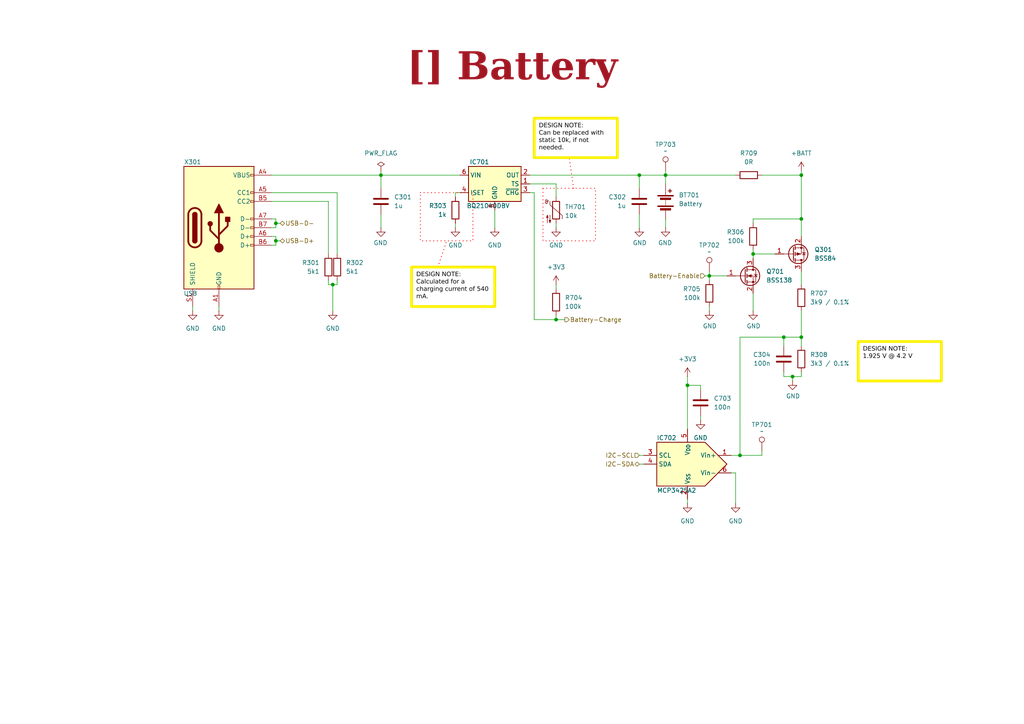
<source format=kicad_sch>
(kicad_sch (version 20250114) (generator "eeschema") (generator_version "9.0")
  (paper "A4")
  (title_block (title "Battery") (date "2025-12-19") (rev "1") (company "${COMPANY}"))
  (lib_symbols
    (symbol "Analog_ADC:MCP3425Axx-xCH"
      (property "Reference" "U" (at -10.16 7.62 0))
      (property "Value" "MCP3425Axx-xCH" (at 2.54 7.62 0))
      (symbol "MCP3425Axx-xCH_0_1"
        (polyline (pts (xy -5.08 6.35) (xy 8.89 6.35) (xy 8.89 0) (xy 8.89 -6.35) (xy -5.08 -6.35) (xy -11.43 0) (xy -5.08 6.35)) (stroke (width 0.254)) (fill (type background)))
      )
      (symbol "MCP3425Axx-xCH_1_1"
        (pin passive line (at -12.7 2.54 0) (length 3.81) (name "Vin+") (number "1"))
        (pin passive line (at -12.7 -2.54 0) (length 3.81) (name "Vin-") (number "6"))
        (pin power_in line (at 0 10.16 270) (length 3.81) (name "V_{DD}") (number "5"))
        (pin power_in line (at 0 -10.16 90) (length 3.81) (name "V_{SS}") (number "2"))
        (pin input line (at 12.7 2.54 180) (length 3.81) (name "SCL") (number "3"))
        (pin bidirectional line (at 12.7 0 180) (length 3.81) (name "SDA") (number "4"))
      )
    )
    (symbol "Battery_Management:BQ21040DBV"
      (property "Reference" "U" (at -7.62 6.35 0))
      (property "Value" "BQ21040DBV" (at 1.27 6.35 0))
      (symbol "BQ21040DBV_0_1"
        (rectangle (start -7.62 5.08) (end 7.62 -5.08) (stroke (width 0.254)) (fill (type background)))
      )
      (symbol "BQ21040DBV_1_1"
        (pin power_in line (at -10.16 2.54 0) (length 2.54) (name "VIN") (number "6"))
        (pin input line (at -10.16 -2.54 0) (length 2.54) (name "ISET") (number "4"))
        (pin power_in line (at 0 -7.62 90) (length 2.54) (name "GND") (number "5"))
        (pin power_out line (at 10.16 2.54 180) (length 2.54) (name "OUT") (number "2"))
        (pin input line (at 10.16 0 180) (length 2.54) (name "TS") (number "1"))
        (pin open_collector line (at 10.16 -2.54 180) (length 2.54) (name "~{CHG}") (number "3"))
      )
    )
    (symbol "Connector:TestPoint" (pin_numbers (hide yes)) (pin_names (offset 0.762) (hide yes))
      (property "Reference" "TP" (at 0 6.858 0))
      (property "Value" "TestPoint" (at 0 5.08 0))
      (symbol "TestPoint_0_1"
        (circle (center 0 3.302) (radius 0.762))
      )
      (symbol "TestPoint_1_1"
        (pin passive line (at 0 0 90) (length 2.54) (name "1") (number "1"))
      )
    )
    (symbol "Connector:USB_C_Receptacle_USB2.0_14P" (pin_names (offset 1.016))
      (property "Reference" "J" (at 0 22.225 0))
      (property "Value" "USB_C_Receptacle_USB2.0_14P" (at 0 19.685 0))
      (symbol "USB_C_Receptacle_USB2.0_14P_0_0"
        (rectangle (start -0.254 -17.78) (end 0.254 -16.764))
        (rectangle (start 10.16 15.494) (end 9.144 14.986))
        (rectangle (start 10.16 10.414) (end 9.144 9.906))
        (rectangle (start 10.16 7.874) (end 9.144 7.366))
        (rectangle (start 10.16 2.794) (end 9.144 2.286))
        (rectangle (start 10.16 0.254) (end 9.144 -0.254))
        (rectangle (start 10.16 -2.286) (end 9.144 -2.794))
        (rectangle (start 10.16 -4.826) (end 9.144 -5.334))
      )
      (symbol "USB_C_Receptacle_USB2.0_14P_0_1"
        (rectangle (start -10.16 17.78) (end 10.16 -17.78) (stroke (width 0.254)) (fill (type background)))
        (polyline (pts (xy -8.89 -3.81) (xy -8.89 3.81)) (stroke (width 0.508)))
        (rectangle (start -7.62 -3.81) (end -6.35 3.81) (stroke (width 0.254)) (fill (type outline)))
        (arc (start -7.62 3.81) (mid -6.985 4.4423) (end -6.35 3.81) (stroke (width 0.254)))
        (arc (start -7.62 3.81) (mid -6.985 4.4423) (end -6.35 3.81) (stroke (width 0.254)) (fill (type outline)))
        (arc (start -8.89 3.81) (mid -6.985 5.7067) (end -5.08 3.81) (stroke (width 0.508)))
        (arc (start -5.08 -3.81) (mid -6.985 -5.7067) (end -8.89 -3.81) (stroke (width 0.508)))
        (arc (start -6.35 -3.81) (mid -6.985 -4.4423) (end -7.62 -3.81) (stroke (width 0.254)))
        (arc (start -6.35 -3.81) (mid -6.985 -4.4423) (end -7.62 -3.81) (stroke (width 0.254)) (fill (type outline)))
        (polyline (pts (xy -5.08 3.81) (xy -5.08 -3.81)) (stroke (width 0.508)))
        (circle (center -2.54 1.143) (radius 0.635) (stroke (width 0.254)) (fill (type outline)))
        (polyline (pts (xy -1.27 4.318) (xy 0 6.858) (xy 1.27 4.318) (xy -1.27 4.318)) (stroke (width 0.254)) (fill (type outline)))
        (polyline (pts (xy 0 -2.032) (xy 2.54 0.508) (xy 2.54 1.778)) (stroke (width 0.508)))
        (polyline (pts (xy 0 -3.302) (xy -2.54 -0.762) (xy -2.54 0.508)) (stroke (width 0.508)))
        (polyline (pts (xy 0 -5.842) (xy 0 4.318)) (stroke (width 0.508)))
        (circle (center 0 -5.842) (radius 1.27) (fill (type outline)))
        (rectangle (start 1.905 1.778) (end 3.175 3.048) (stroke (width 0.254)) (fill (type outline)))
      )
      (symbol "USB_C_Receptacle_USB2.0_14P_1_1"
        (pin passive line (at -7.62 -22.86 90) (length 5.08) (name "SHIELD") (number "S1"))
        (pin passive line (at 0 -22.86 90) (length 5.08) (name "GND") (number "A1"))
        (pin passive line (at 0 -22.86 90) (length 5.08) (hide yes) (name "GND") (number "A12"))
        (pin passive line (at 0 -22.86 90) (length 5.08) (hide yes) (name "GND") (number "B1"))
        (pin passive line (at 0 -22.86 90) (length 5.08) (hide yes) (name "GND") (number "B12"))
        (pin passive line (at 15.24 15.24 180) (length 5.08) (name "VBUS") (number "A4"))
        (pin passive line (at 15.24 15.24 180) (length 5.08) (hide yes) (name "VBUS") (number "A9"))
        (pin passive line (at 15.24 15.24 180) (length 5.08) (hide yes) (name "VBUS") (number "B4"))
        (pin passive line (at 15.24 15.24 180) (length 5.08) (hide yes) (name "VBUS") (number "B9"))
        (pin bidirectional line (at 15.24 10.16 180) (length 5.08) (name "CC1") (number "A5"))
        (pin bidirectional line (at 15.24 7.62 180) (length 5.08) (name "CC2") (number "B5"))
        (pin bidirectional line (at 15.24 2.54 180) (length 5.08) (name "D-") (number "A7"))
        (pin bidirectional line (at 15.24 0 180) (length 5.08) (name "D-") (number "B7"))
        (pin bidirectional line (at 15.24 -2.54 180) (length 5.08) (name "D+") (number "A6"))
        (pin bidirectional line (at 15.24 -5.08 180) (length 5.08) (name "D+") (number "B6"))
      )
    )
    (symbol "Device:Battery" (pin_numbers (hide yes)) (pin_names (offset 0) (hide yes))
      (property "Reference" "BT" (at 2.54 2.54 0))
      (property "Value" "Battery" (at 2.54 0 0))
      (symbol "Battery_0_1"
        (rectangle (start -2.286 1.778) (end 2.286 1.524) (fill (type outline)))
        (rectangle (start -2.286 -1.27) (end 2.286 -1.524) (fill (type outline)))
        (rectangle (start -1.524 1.016) (end 1.524 0.508) (fill (type outline)))
        (rectangle (start -1.524 -2.032) (end 1.524 -2.54) (fill (type outline)))
        (polyline (pts (xy 0 1.778) (xy 0 2.54)))
        (polyline (pts (xy 0 0) (xy 0 0.254)))
        (polyline (pts (xy 0 -0.508) (xy 0 -0.254)))
        (polyline (pts (xy 0 -1.016) (xy 0 -0.762)))
        (polyline (pts (xy 0.762 3.048) (xy 1.778 3.048)) (stroke (width 0.254)))
        (polyline (pts (xy 1.27 3.556) (xy 1.27 2.54)) (stroke (width 0.254)))
      )
      (symbol "Battery_1_1"
        (pin passive line (at 0 5.08 270) (length 2.54) (name "+") (number "1"))
        (pin passive line (at 0 -5.08 90) (length 2.54) (name "-") (number "2"))
      )
    )
    (symbol "Device:C" (pin_numbers (hide yes)) (pin_names (offset 0.254))
      (property "Reference" "C" (at 0.635 2.54 0))
      (property "Value" "C" (at 0.635 -2.54 0))
      (symbol "C_0_1"
        (polyline (pts (xy -2.032 0.762) (xy 2.032 0.762)) (stroke (width 0.508)))
        (polyline (pts (xy -2.032 -0.762) (xy 2.032 -0.762)) (stroke (width 0.508)))
      )
      (symbol "C_1_1"
        (pin passive line (at 0 3.81 270) (length 2.794) (name "~") (number "1"))
        (pin passive line (at 0 -3.81 90) (length 2.794) (name "~") (number "2"))
      )
    )
    (symbol "Device:R" (pin_numbers (hide yes)) (pin_names (offset 0))
      (property "Reference" "R" (at 2.032 0 90))
      (property "Value" "R" (at 0 0 90))
      (symbol "R_0_1"
        (rectangle (start -1.016 -2.54) (end 1.016 2.54) (stroke (width 0.254)))
      )
      (symbol "R_1_1"
        (pin passive line (at 0 3.81 270) (length 1.27) (name "~") (number "1"))
        (pin passive line (at 0 -3.81 90) (length 1.27) (name "~") (number "2"))
      )
    )
    (symbol "Device:Thermistor_NTC" (pin_numbers (hide yes)) (pin_names (offset 0))
      (property "Reference" "TH" (at -4.445 0 90))
      (property "Value" "Thermistor_NTC" (at 3.175 0 90))
      (symbol "Thermistor_NTC_0_1"
        (arc (start -3.175 2.413) (mid -3.0506 2.3165) (end -3.048 2.159))
        (arc (start -3.048 2.794) (mid -2.9736 2.9736) (end -2.794 3.048))
        (arc (start -2.794 3.048) (mid -2.6144 2.9736) (end -2.54 2.794))
        (arc (start -2.794 2.54) (mid -2.9736 2.6144) (end -3.048 2.794))
        (arc (start -2.794 1.905) (mid -2.9736 1.9794) (end -3.048 2.159))
        (arc (start -2.54 2.159) (mid -2.6144 1.9794) (end -2.794 1.905))
        (arc (start -2.159 2.794) (mid -2.434 2.5608) (end -2.794 2.54))
        (polyline (pts (xy -2.54 2.159) (xy -2.54 2.794)))
        (polyline (pts (xy -2.54 -3.683) (xy -2.54 -1.397) (xy -2.794 -2.159) (xy -2.286 -2.159) (xy -2.54 -1.397) (xy -2.54 -1.651)) (fill (type outline)))
        (polyline (pts (xy -1.778 2.54) (xy -1.778 1.524) (xy 1.778 -1.524) (xy 1.778 -2.54)))
        (polyline (pts (xy -1.778 -1.397) (xy -1.778 -3.683) (xy -2.032 -2.921) (xy -1.524 -2.921) (xy -1.778 -3.683) (xy -1.778 -3.429)) (fill (type outline)))
        (rectangle (start -1.016 2.54) (end 1.016 -2.54) (stroke (width 0.254)))
      )
      (symbol "Thermistor_NTC_1_1"
        (pin passive line (at 0 3.81 270) (length 1.27) (name "~") (number "1"))
        (pin passive line (at 0 -3.81 90) (length 1.27) (name "~") (number "2"))
      )
    )
    (symbol "Transistor_FET:BSS138" (pin_names (hide yes))
      (property "Reference" "Q" (at 5.08 1.905 0))
      (property "Value" "BSS138" (at 5.08 0 0))
      (symbol "BSS138_0_1"
        (polyline (pts (xy 0.254 1.905) (xy 0.254 -1.905)) (stroke (width 0.254)))
        (polyline (pts (xy 0.254 0) (xy -2.54 0)))
        (polyline (pts (xy 0.762 2.286) (xy 0.762 1.27)) (stroke (width 0.254)))
        (polyline (pts (xy 0.762 0.508) (xy 0.762 -0.508)) (stroke (width 0.254)))
        (polyline (pts (xy 0.762 -1.27) (xy 0.762 -2.286)) (stroke (width 0.254)))
        (polyline (pts (xy 0.762 -1.778) (xy 3.302 -1.778) (xy 3.302 1.778) (xy 0.762 1.778)))
        (polyline (pts (xy 1.016 0) (xy 2.032 0.381) (xy 2.032 -0.381) (xy 1.016 0)) (fill (type outline)))
        (circle (center 1.651 0) (radius 2.794) (stroke (width 0.254)))
        (polyline (pts (xy 2.54 2.54) (xy 2.54 1.778)))
        (circle (center 2.54 1.778) (radius 0.254) (fill (type outline)))
        (circle (center 2.54 -1.778) (radius 0.254) (fill (type outline)))
        (polyline (pts (xy 2.54 -2.54) (xy 2.54 0) (xy 0.762 0)))
        (polyline (pts (xy 2.794 0.508) (xy 2.921 0.381) (xy 3.683 0.381) (xy 3.81 0.254)))
        (polyline (pts (xy 3.302 0.381) (xy 2.921 -0.254) (xy 3.683 -0.254) (xy 3.302 0.381)))
      )
      (symbol "BSS138_1_1"
        (pin input line (at -5.08 0 0) (length 2.54) (name "G") (number "1"))
        (pin passive line (at 2.54 5.08 270) (length 2.54) (name "D") (number "3"))
        (pin passive line (at 2.54 -5.08 90) (length 2.54) (name "S") (number "2"))
      )
    )
    (symbol "Transistor_FET:BSS84" (pin_names (hide yes))
      (property "Reference" "Q" (at 5.08 1.905 0))
      (property "Value" "BSS84" (at 5.08 0 0))
      (symbol "BSS84_0_1"
        (polyline (pts (xy 0.254 1.905) (xy 0.254 -1.905)) (stroke (width 0.254)))
        (polyline (pts (xy 0.254 0) (xy -2.54 0)))
        (polyline (pts (xy 0.762 2.286) (xy 0.762 1.27)) (stroke (width 0.254)))
        (polyline (pts (xy 0.762 1.778) (xy 3.302 1.778) (xy 3.302 -1.778) (xy 0.762 -1.778)))
        (polyline (pts (xy 0.762 0.508) (xy 0.762 -0.508)) (stroke (width 0.254)))
        (polyline (pts (xy 0.762 -1.27) (xy 0.762 -2.286)) (stroke (width 0.254)))
        (circle (center 1.651 0) (radius 2.794) (stroke (width 0.254)))
        (polyline (pts (xy 2.286 0) (xy 1.27 0.381) (xy 1.27 -0.381) (xy 2.286 0)) (fill (type outline)))
        (polyline (pts (xy 2.54 2.54) (xy 2.54 1.778)))
        (circle (center 2.54 1.778) (radius 0.254) (fill (type outline)))
        (circle (center 2.54 -1.778) (radius 0.254) (fill (type outline)))
        (polyline (pts (xy 2.54 -2.54) (xy 2.54 0) (xy 0.762 0)))
        (polyline (pts (xy 2.794 -0.508) (xy 2.921 -0.381) (xy 3.683 -0.381) (xy 3.81 -0.254)))
        (polyline (pts (xy 3.302 -0.381) (xy 2.921 0.254) (xy 3.683 0.254) (xy 3.302 -0.381)))
      )
      (symbol "BSS84_1_1"
        (pin input line (at -5.08 0 0) (length 2.54) (name "G") (number "1"))
        (pin passive line (at 2.54 5.08 270) (length 2.54) (name "D") (number "3"))
        (pin passive line (at 2.54 -5.08 90) (length 2.54) (name "S") (number "2"))
      )
    )
    (symbol "power:+3V3" (power) (pin_numbers (hide yes)) (pin_names (offset 0) (hide yes))
      (property "Value" "+3V3" (at 0 3.556 0))
      (symbol "+3V3_0_1"
        (polyline (pts (xy -0.762 1.27) (xy 0 2.54)))
        (polyline (pts (xy 0 2.54) (xy 0.762 1.27)))
        (polyline (pts (xy 0 0) (xy 0 2.54)))
      )
      (symbol "+3V3_1_1"
        (pin power_in line (at 0 0 90) (length 0) (name "~") (number "1"))
      )
    )
    (symbol "power:+BATT" (power) (pin_numbers (hide yes)) (pin_names (offset 0) (hide yes))
      (property "Value" "+BATT" (at 0 3.556 0))
      (symbol "+BATT_0_1"
        (polyline (pts (xy -0.762 1.27) (xy 0 2.54)))
        (polyline (pts (xy 0 2.54) (xy 0.762 1.27)))
        (polyline (pts (xy 0 0) (xy 0 2.54)))
      )
      (symbol "+BATT_1_1"
        (pin power_in line (at 0 0 90) (length 0) (name "~") (number "1"))
      )
    )
    (symbol "power:GND" (power) (pin_numbers (hide yes)) (pin_names (offset 0) (hide yes))
      (property "Value" "GND" (at 0 -3.81 0))
      (symbol "GND_0_1"
        (polyline (pts (xy 0 0) (xy 0 -1.27) (xy 1.27 -1.27) (xy 0 -2.54) (xy -1.27 -1.27) (xy 0 -1.27)))
      )
      (symbol "GND_1_1"
        (pin power_in line (at 0 0 270) (length 0) (name "~") (number "1"))
      )
    )
    (symbol "power:PWR_FLAG" (power) (pin_numbers (hide yes)) (pin_names (offset 0) (hide yes))
      (property "Value" "PWR_FLAG" (at 0 3.81 0))
      (symbol "PWR_FLAG_0_0"
        (pin power_out line (at 0 0 90) (length 0) (name "~") (number "1"))
      )
      (symbol "PWR_FLAG_0_1"
        (polyline (pts (xy 0 0) (xy 0 1.27) (xy -1.016 1.905) (xy 0 2.54) (xy 1.016 1.905) (xy 0 1.27)))
      )
    )
  )
  (rectangle (start 121.92 55.88) (end 137.16 69.85) (stroke (width 0.254) (type dot) (color 255 0 0 1)))
  (rectangle (start 157.48 54.61) (end 172.72 69.85) (stroke (width 0.254) (type dot) (color 255 0 0 1)))
  (text_box "DESIGN NOTE:\nCan be replaced with static 10k, if not needed." (at 154.94 34.29 0) (size 24.13 11.43) (margins 1.3525 1.3525 1.3525 1.3525) (stroke (width 0.8) (color 250 236 0 1)) (effects (font (size 1.27 1.27)) (justify left top)))
  (text_box "[${#}] ${TITLE}" (at 12.7 12.7 0) (size 271.78 13.97) (margins 5.9999 5.9999 5.9999 5.9999) (stroke (width -0.0001)) (effects (font (size 8 8) (thickness 1.2) (bold yes))))
  (text_box "DESIGN NOTE:\nCalculated for a charging current of 540 mA." (at 119.38 77.47 0) (size 24.13 11.43) (margins 1.3525 1.3525 1.3525 1.3525) (stroke (width 0.8) (color 250 236 0 1)) (effects (font (size 1.27 1.27)) (justify left top)))
  (text_box "DESIGN NOTE:\n1.925 V @ 4.2 V" (at 248.92 99.06 0) (size 24.13 11.43) (margins 1.3525 1.3525 1.3525 1.3525) (stroke (width 0.8) (color 250 236 0 1)) (effects (font (size 1.27 1.27)) (justify left top)))
  (junction (at 229.87 109.22))
  (junction (at 193.04 50.8))
  (junction (at 199.39 111.76))
  (junction (at 161.29 92.71))
  (junction (at 232.41 63.5))
  (junction (at 205.74 80.01))
  (junction (at 232.41 50.8))
  (junction (at 218.44 73.66))
  (junction (at 110.49 50.8))
  (junction (at 80.01 69.85))
  (junction (at 232.41 97.79))
  (junction (at 214.63 132.08))
  (junction (at 185.42 50.8))
  (junction (at 227.33 97.79))
  (junction (at 80.01 64.77))
  (junction (at 96.52 82.55))
  (wire (pts (xy 232.41 97.79) (xy 232.41 100.33)))
  (wire (pts (xy 80.01 66.04) (xy 80.01 64.77)))
  (wire (pts (xy 110.49 50.8) (xy 133.35 50.8)))
  (wire (pts (xy 218.44 85.09) (xy 218.44 90.17)))
  (wire (pts (xy 229.87 110.49) (xy 229.87 109.22)))
  (wire (pts (xy 97.79 55.88) (xy 78.74 55.88)))
  (wire (pts (xy 110.49 49.53) (xy 110.49 50.8)))
  (wire (pts (xy 232.41 82.55) (xy 232.41 78.74)))
  (wire (pts (xy 205.74 80.01) (xy 210.82 80.01)))
  (wire (pts (xy 214.63 132.08) (xy 220.98 132.08)))
  (wire (pts (xy 218.44 64.77) (xy 218.44 63.5)))
  (wire (pts (xy 154.94 92.71) (xy 161.29 92.71)))
  (wire (pts (xy 161.29 64.77) (xy 161.29 66.04)))
  (wire (pts (xy 227.33 109.22) (xy 229.87 109.22)))
  (wire (pts (xy 205.74 78.74) (xy 205.74 80.01)))
  (wire (pts (xy 80.01 68.58) (xy 80.01 69.85)))
  (wire (pts (xy 203.2 111.76) (xy 199.39 111.76)))
  (wire (pts (xy 154.94 55.88) (xy 154.94 92.71)))
  (wire (pts (xy 133.35 55.88) (xy 132.08 55.88)))
  (wire (pts (xy 220.98 50.8) (xy 232.41 50.8)))
  (wire (pts (xy 214.63 97.79) (xy 227.33 97.79)))
  (wire (pts (xy 161.29 53.34) (xy 161.29 57.15)))
  (wire (pts (xy 153.67 50.8) (xy 185.42 50.8)))
  (wire (pts (xy 229.87 109.22) (xy 232.41 109.22)))
  (wire (pts (xy 193.04 50.8) (xy 213.36 50.8)))
  (wire (pts (xy 95.25 82.55) (xy 96.52 82.55)))
  (wire (pts (xy 185.42 62.23) (xy 185.42 66.04)))
  (wire (pts (xy 110.49 50.8) (xy 110.49 54.61)))
  (wire (pts (xy 212.09 137.16) (xy 213.36 137.16)))
  (polyline (pts (xy 127 77.47) (xy 129.54 69.85)) (stroke (width 0.254) (type dot) (color 255 0 0 1)))
  (wire (pts (xy 214.63 97.79) (xy 214.63 132.08)))
  (wire (pts (xy 227.33 107.95) (xy 227.33 109.22)))
  (wire (pts (xy 218.44 73.66) (xy 224.79 73.66)))
  (wire (pts (xy 212.09 132.08) (xy 214.63 132.08)))
  (wire (pts (xy 161.29 91.44) (xy 161.29 92.71)))
  (polyline (pts (xy 166.37 54.61) (xy 165.1 45.72)) (stroke (width 0.254) (type dot) (color 255 0 0 1)))
  (wire (pts (xy 203.2 113.03) (xy 203.2 111.76)))
  (wire (pts (xy 80.01 69.85) (xy 81.28 69.85)))
  (wire (pts (xy 78.74 66.04) (xy 80.01 66.04)))
  (wire (pts (xy 199.39 109.22) (xy 199.39 111.76)))
  (wire (pts (xy 218.44 63.5) (xy 232.41 63.5)))
  (wire (pts (xy 199.39 144.78) (xy 199.39 146.05)))
  (wire (pts (xy 95.25 58.42) (xy 78.74 58.42)))
  (wire (pts (xy 218.44 73.66) (xy 218.44 74.93)))
  (wire (pts (xy 199.39 111.76) (xy 199.39 124.46)))
  (wire (pts (xy 227.33 97.79) (xy 227.33 100.33)))
  (wire (pts (xy 213.36 137.16) (xy 213.36 146.05)))
  (wire (pts (xy 232.41 63.5) (xy 232.41 68.58)))
  (wire (pts (xy 97.79 73.66) (xy 97.79 55.88)))
  (wire (pts (xy 161.29 92.71) (xy 163.83 92.71)))
  (wire (pts (xy 132.08 55.88) (xy 132.08 57.15)))
  (wire (pts (xy 232.41 50.8) (xy 232.41 63.5)))
  (wire (pts (xy 153.67 53.34) (xy 161.29 53.34)))
  (wire (pts (xy 161.29 82.55) (xy 161.29 83.82)))
  (wire (pts (xy 205.74 80.01) (xy 205.74 81.28)))
  (wire (pts (xy 80.01 64.77) (xy 81.28 64.77)))
  (wire (pts (xy 80.01 64.77) (xy 80.01 63.5)))
  (wire (pts (xy 96.52 82.55) (xy 96.52 90.17)))
  (wire (pts (xy 132.08 64.77) (xy 132.08 66.04)))
  (wire (pts (xy 218.44 72.39) (xy 218.44 73.66)))
  (wire (pts (xy 97.79 82.55) (xy 97.79 81.28)))
  (wire (pts (xy 110.49 62.23) (xy 110.49 66.04)))
  (wire (pts (xy 95.25 73.66) (xy 95.25 58.42)))
  (wire (pts (xy 96.52 82.55) (xy 97.79 82.55)))
  (wire (pts (xy 153.67 55.88) (xy 154.94 55.88)))
  (wire (pts (xy 220.98 132.08) (xy 220.98 130.81)))
  (wire (pts (xy 80.01 63.5) (xy 78.74 63.5)))
  (wire (pts (xy 193.04 49.53) (xy 193.04 50.8)))
  (wire (pts (xy 232.41 49.53) (xy 232.41 50.8)))
  (wire (pts (xy 143.51 60.96) (xy 143.51 66.04)))
  (wire (pts (xy 55.88 88.9) (xy 55.88 90.17)))
  (wire (pts (xy 78.74 68.58) (xy 80.01 68.58)))
  (wire (pts (xy 80.01 71.12) (xy 78.74 71.12)))
  (wire (pts (xy 80.01 69.85) (xy 80.01 71.12)))
  (wire (pts (xy 185.42 50.8) (xy 185.42 54.61)))
  (wire (pts (xy 232.41 109.22) (xy 232.41 107.95)))
  (wire (pts (xy 205.74 88.9) (xy 205.74 90.17)))
  (wire (pts (xy 186.69 134.62) (xy 185.42 134.62)))
  (wire (pts (xy 95.25 82.55) (xy 95.25 81.28)))
  (wire (pts (xy 232.41 90.17) (xy 232.41 97.79)))
  (wire (pts (xy 63.5 88.9) (xy 63.5 90.17)))
  (wire (pts (xy 78.74 50.8) (xy 110.49 50.8)))
  (wire (pts (xy 203.2 121.92) (xy 203.2 120.65)))
  (wire (pts (xy 193.04 63.5) (xy 193.04 66.04)))
  (wire (pts (xy 186.69 132.08) (xy 185.42 132.08)))
  (wire (pts (xy 204.47 80.01) (xy 205.74 80.01)))
  (wire (pts (xy 193.04 50.8) (xy 193.04 53.34)))
  (wire (pts (xy 227.33 97.79) (xy 232.41 97.79)))
  (wire (pts (xy 185.42 50.8) (xy 193.04 50.8)))
  (hierarchical_label "I2C-SDA" (shape bidirectional) (at 185.42 134.62 180))
  (hierarchical_label "Battery-Charge" (shape output) (at 163.83 92.71 0))
  (hierarchical_label "USB-D-" (shape bidirectional) (at 81.28 64.77 0))
  (hierarchical_label "Battery-Enable" (shape input) (at 204.47 80.01 180))
  (hierarchical_label "USB-D+" (shape bidirectional) (at 81.28 69.85 0))
  (hierarchical_label "I2C-SCL" (shape input) (at 185.42 132.08 180))
  (symbol (lib_id "Device:R") (at 95.25 77.47 0) (mirror x) (unit 1)
    (property "Reference" "R701" (at 92.71 76.1999 0) (effects (justify right)))
    (property "Value" "5k1" (at 92.71 78.7399 0) (effects (justify right)))
    (property "Footprint" "Resistor_SMD:R_0603_1608Metric" (effects (hide yes)))
    (property "Datasheet" "https://www.mouser.de/datasheet/2/54/cr-1858361.pdf" (effects (hide yes)))
    (property "Description" "Resistor" (effects (hide yes)))
    (property "manf" "Bourns" (effects (hide yes)))
    (property "manf#" "CR0603-JW-512ELF" (effects (hide yes)))
    (property "mouser#" "652-CR0603-JW-512ELF" (effects (hide yes)))
    (instances (project "Thermal Cam" (path "" (reference "R301") (unit 1))) (project "Thermal Cam" (path "" (reference "R701") (unit 1))))
  )
  (symbol (lib_id "power:GND") (at 63.5 90.17 0) (unit 1)
    (property "Reference" "#PWR0702" (effects (hide yes)))
    (property "Value" "GND" (at 63.5 95.25 0))
    (property "Description" "Power symbol creates a global label with name \"GND\" , ground" (effects (hide yes)))
    (instances (project "Thermal Cam" (path "" (reference "#PWR0302") (unit 1))) (project "Thermal Cam" (path "" (reference "#PWR0702") (unit 1))))
  )
  (symbol (lib_id "power:GND") (at 229.87 110.49 0) (unit 1)
    (property "Reference" "#PWR0717" (effects (hide yes)))
    (property "Value" "GND" (at 229.997 114.8842 0))
    (property "Description" "Power symbol creates a global label with name \"GND\" , ground" (effects (hide yes)))
    (instances (project "Thermal Cam" (path "" (reference "#PWR0313") (unit 1))) (project "Thermal Cam" (path "" (reference "#PWR0717") (unit 1))))
  )
  (symbol (lib_id "Connector:TestPoint") (at 220.98 130.81 0) (unit 1) (in_bom no)
    (property "Reference" "TP701" (at 220.98 123.19 0))
    (property "Value" "~" (at 220.98 125.095 0))
    (property "Footprint" "TestPoint:TestPoint_Pad_1.0x1.0mm" (effects (hide yes)))
    (property "Description" "test point" (effects (hide yes)))
  )
  (symbol (lib_id "Device:R") (at 132.08 60.96 0) (mirror x) (unit 1)
    (property "Reference" "R703" (at 129.54 59.6899 0) (effects (justify right)))
    (property "Value" "1k" (at 129.54 62.2299 0) (effects (justify right)))
    (property "Footprint" "Resistor_SMD:R_0603_1608Metric" (effects (hide yes)))
    (property "Datasheet" "https://www.mouser.de/datasheet/2/54/cr-1858361.pdf" (effects (hide yes)))
    (property "Description" "Resistor" (effects (hide yes)))
    (property "manf" "Bourns" (effects (hide yes)))
    (property "manf#" "CR0603-JW-102ELF" (effects (hide yes)))
    (property "mouser#" "652-CR0603-JW-102ELF" (effects (hide yes)))
    (instances (project "Thermal Cam" (path "" (reference "R303") (unit 1))) (project "Thermal Cam" (path "" (reference "R703") (unit 1))))
  )
  (symbol (lib_id "power:GND") (at 205.74 90.17 0) (unit 1)
    (property "Reference" "#PWR0714" (effects (hide yes)))
    (property "Value" "GND" (at 205.867 94.5642 0))
    (property "Description" "Power symbol creates a global label with name \"GND\" , ground" (effects (hide yes)))
  )
  (symbol (lib_id "Device:Battery") (at 193.04 58.42 0) (unit 1)
    (property "Reference" "BT701" (at 196.85 56.5784 0) (effects (justify left)))
    (property "Value" "Battery" (at 196.85 59.1184 0) (effects (justify left)))
    (property "Footprint" "Battery_Kampi:Keystone_18650" (effects (hide yes)))
    (property "Datasheet" "https://www.mouser.de/datasheet/3/201/1/1043.PDF" (effects (hide yes)))
    (property "Description" "Multiple-cell battery" (effects (hide yes)))
    (property "manf" "Keystone Electronics" (effects (hide yes)))
    (property "manf#" "1043" (effects (hide yes)))
    (property "mouser#" "534-1043" (effects (hide yes)))
  )
  (symbol (lib_id "Device:R") (at 161.29 87.63 180) (unit 1)
    (property "Reference" "R704" (at 163.83 86.3599 0) (effects (justify right)))
    (property "Value" "100k" (at 163.83 88.8999 0) (effects (justify right)))
    (property "Footprint" "Resistor_SMD:R_0603_1608Metric" (effects (hide yes)))
    (property "Datasheet" "https://www.mouser.de/datasheet/2/54/cr-1858361.pdf" (effects (hide yes)))
    (property "Description" "Resistor" (effects (hide yes)))
    (property "manf" "Bourns" (effects (hide yes)))
    (property "manf#" "CR0603-JW-104ELF" (effects (hide yes)))
    (property "mouser#" "652-CR0603-JW-104ELF" (effects (hide yes)))
  )
  (symbol (lib_id "power:GND") (at 193.04 66.04 0) (mirror y) (unit 1)
    (property "Reference" "#PWR0710" (effects (hide yes)))
    (property "Value" "GND" (at 192.913 70.4342 0))
    (property "Description" "Power symbol creates a global label with name \"GND\" , ground" (effects (hide yes)))
    (instances (project "Thermal Cam" (path "" (reference "#PWR0314") (unit 1))) (project "Thermal Cam" (path "" (reference "#PWR0710") (unit 1))))
  )
  (symbol (lib_id "Device:R") (at 205.74 85.09 0) (mirror y) (unit 1)
    (property "Reference" "R705" (at 203.2 83.82 0) (effects (justify left)))
    (property "Value" "100k" (at 203.2 86.36 0) (effects (justify left)))
    (property "Footprint" "Resistor_SMD:R_0603_1608Metric" (effects (hide yes)))
    (property "Datasheet" "https://www.mouser.de/datasheet/2/54/cr-1858361.pdf" (effects (hide yes)))
    (property "Description" "Resistor" (effects (hide yes)))
    (property "manf" "Bourns" (effects (hide yes)))
    (property "manf#" "CR0603-JW-104ELF" (effects (hide yes)))
    (property "mouser#" "652-CR0603-JW-104ELF" (effects (hide yes)))
  )
  (symbol (lib_id "Device:R") (at 97.79 77.47 180) (unit 1)
    (property "Reference" "R702" (at 100.33 76.1999 0) (effects (justify right)))
    (property "Value" "5k1" (at 100.33 78.7399 0) (effects (justify right)))
    (property "Footprint" "Resistor_SMD:R_0603_1608Metric" (effects (hide yes)))
    (property "Datasheet" "https://www.mouser.de/datasheet/2/54/cr-1858361.pdf" (effects (hide yes)))
    (property "Description" "Resistor" (effects (hide yes)))
    (property "manf" "Bourns" (effects (hide yes)))
    (property "manf#" "CR0603-JW-512ELF" (effects (hide yes)))
    (property "mouser#" "652-CR0603-JW-512ELF" (effects (hide yes)))
    (instances (project "Thermal Cam" (path "" (reference "R302") (unit 1))) (project "Thermal Cam" (path "" (reference "R702") (unit 1))))
  )
  (symbol (lib_id "power:GND") (at 218.44 90.17 0) (unit 1)
    (property "Reference" "#PWR0716" (effects (hide yes)))
    (property "Value" "GND" (at 218.567 94.5642 0))
    (property "Description" "Power symbol creates a global label with name \"GND\" , ground" (effects (hide yes)))
  )
  (symbol (lib_id "Device:C") (at 185.42 58.42 0) (unit 1)
    (property "Reference" "C702" (at 181.61 57.1499 0) (effects (justify right)))
    (property "Value" "1u" (at 181.61 59.6899 0) (effects (justify right)))
    (property "Footprint" "Capacitor_SMD:C_0603_1608Metric" (effects (hide yes)))
    (property "Datasheet" "https://www.mouser.de/datasheet/2/40/cx5r_KGM-3223198.pdf" (effects (hide yes)))
    (property "Description" "Unpolarized capacitor" (effects (hide yes)))
    (property "manf" "KYOCERA AVX" (effects (hide yes)))
    (property "manf#" "06036C105MAT2A" (effects (hide yes)))
    (property "mouser#" "581-06036C105MAT2A" (effects (hide yes)))
    (instances (project "Thermal Cam" (path "" (reference "C302") (unit 1))) (project "Thermal Cam" (path "" (reference "C702") (unit 1))))
  )
  (symbol (lib_id "power:GND") (at 185.42 66.04 0) (unit 1)
    (property "Reference" "#PWR0709" (effects (hide yes)))
    (property "Value" "GND" (at 185.547 70.4342 0))
    (property "Description" "Power symbol creates a global label with name \"GND\" , ground" (effects (hide yes)))
    (instances (project "Thermal Cam" (path "" (reference "#PWR0307") (unit 1))) (project "Thermal Cam" (path "" (reference "#PWR0709") (unit 1))))
  )
  (symbol (lib_id "Device:C") (at 203.2 116.84 0) (mirror y) (unit 1)
    (property "Reference" "C703" (at 207.01 115.5699 0) (effects (justify right)))
    (property "Value" "100n" (at 207.01 118.1099 0) (effects (justify right)))
    (property "Footprint" "Capacitor_SMD:C_0603_1608Metric" (effects (hide yes)))
    (property "Datasheet" "https://www.mouser.de/datasheet/2/40/cx5r_KGM-3223198.pdf" (effects (hide yes)))
    (property "Description" "Unpolarized capacitor" (effects (hide yes)))
    (property "manf" "KYOCERA AVX" (effects (hide yes)))
    (property "manf#" "06031C104MAT2A" (effects (hide yes)))
    (property "mouser#" "581-06031C104MAT2A" (effects (hide yes)))
  )
  (symbol (lib_id "power:PWR_FLAG") (at 110.49 49.53 0) (unit 1)
    (property "Reference" "#FLG0701" (effects (hide yes)))
    (property "Value" "PWR_FLAG" (at 110.49 44.45 0))
    (property "Description" "Special symbol for telling ERC where power comes from" (effects (hide yes)))
  )
  (symbol (lib_id "power:GND") (at 199.39 146.05 0) (mirror y) (unit 1)
    (property "Reference" "#PWR0712" (effects (hide yes)))
    (property "Value" "GND" (at 199.39 151.13 0))
    (property "Description" "Power symbol creates a global label with name \"GND\" , ground" (effects (hide yes)))
  )
  (symbol (lib_id "Connector:USB_C_Receptacle_USB2.0_14P") (at 63.5 66.04 0) (unit 1)
    (property "Reference" "X701" (at 55.88 46.99 0))
    (property "Value" "USB" (at 55.245 85.09 0))
    (property "Footprint" "Connector_USB:USB_C_Receptacle_GCT_USB4110" (effects (hide yes)))
    (property "Datasheet" "https://www.usb.org/sites/default/files/documents/usb_type-c.zip" (effects (hide yes)))
    (property "Description" "USB 2.0-only 14P Type-C Receptacle connector" (effects (hide yes)))
    (property "manf" "GCT" (effects (hide yes)))
    (property "manf#" "USB4110-GF-A" (effects (hide yes)))
    (property "mouser#" "640-USB4110-GF-A" (effects (hide yes)))
    (instances (project "Thermal Cam" (path "" (reference "X301") (unit 1))) (project "Thermal Cam" (path "" (reference "X701") (unit 1))))
  )
  (symbol (lib_id "Device:R") (at 218.44 68.58 0) (mirror y) (unit 1)
    (property "Reference" "R706" (at 215.9 67.31 0) (effects (justify left)))
    (property "Value" "100k" (at 215.9 69.85 0) (effects (justify left)))
    (property "Footprint" "Resistor_SMD:R_0603_1608Metric" (effects (hide yes)))
    (property "Datasheet" "https://www.mouser.de/datasheet/2/54/cr-1858361.pdf" (effects (hide yes)))
    (property "Description" "Resistor" (effects (hide yes)))
    (property "manf" "Bourns" (effects (hide yes)))
    (property "manf#" "CR0603-JW-104ELF" (effects (hide yes)))
    (property "mouser#" "652-CR0603-JW-104ELF" (effects (hide yes)))
    (instances (project "Thermal Cam" (path "" (reference "R306") (unit 1))) (project "Thermal Cam" (path "" (reference "R706") (unit 1))))
  )
  (symbol (lib_id "Connector:TestPoint") (at 205.74 78.74 0) (unit 1) (in_bom no)
    (property "Reference" "TP702" (at 205.74 71.12 0))
    (property "Value" "~" (at 205.74 73.025 0))
    (property "Footprint" "TestPoint:TestPoint_Pad_1.0x1.0mm" (effects (hide yes)))
    (property "Description" "test point" (effects (hide yes)))
  )
  (symbol (lib_id "power:GND") (at 96.52 90.17 0) (unit 1)
    (property "Reference" "#PWR0703" (effects (hide yes)))
    (property "Value" "GND" (at 96.52 95.25 0))
    (property "Description" "Power symbol creates a global label with name \"GND\" , ground" (effects (hide yes)))
    (instances (project "Thermal Cam" (path "" (reference "#PWR0303") (unit 1))) (project "Thermal Cam" (path "" (reference "#PWR0703") (unit 1))))
  )
  (symbol (lib_id "power:GND") (at 161.29 66.04 0) (unit 1)
    (property "Reference" "#PWR0707" (effects (hide yes)))
    (property "Value" "GND" (at 161.29 71.12 0))
    (property "Description" "Power symbol creates a global label with name \"GND\" , ground" (effects (hide yes)))
  )
  (symbol (lib_id "Analog_ADC:MCP3425Axx-xCH") (at 199.39 134.62 0) (mirror y) (unit 1)
    (property "Reference" "IC702" (at 196.215 127 0) (effects (justify left)))
    (property "Value" "MCP3425A2" (at 201.93 142.24 0) (effects (justify left)))
    (property "Footprint" "Package_TO_SOT_SMD:SOT-23-6" (effects (hide yes)))
    (property "Datasheet" "http://ww1.microchip.com/downloads/en/DeviceDoc/22072b.pdf" (effects (hide yes)))
    (property "Description" "Single Delta-Sigma 16bit Analog to Digital Converter, I2C Interface, SOT-23-6" (effects (hide yes)))
    (property "manf" "Microchip Technology" (effects (hide yes)))
    (property "manf#" "MCP3425A2T-E/CH" (effects (hide yes)))
    (property "mouser#" "579-MCP3425A2T-E/CH" (effects (hide yes)))
  )
  (symbol (lib_id "power:+3V3") (at 161.29 82.55 0) (unit 1)
    (property "Reference" "#PWR0708" (effects (hide yes)))
    (property "Value" "+3V3" (at 161.29 77.47 0))
    (property "Description" "Power symbol creates a global label with name \"+3V3\"" (effects (hide yes)))
  )
  (symbol (lib_id "power:GND") (at 203.2 121.92 0) (mirror y) (unit 1)
    (property "Reference" "#PWR0713" (effects (hide yes)))
    (property "Value" "GND" (at 203.2 127 0))
    (property "Description" "Power symbol creates a global label with name \"GND\" , ground" (effects (hide yes)))
  )
  (symbol (lib_id "power:+3V3") (at 199.39 109.22 0) (mirror y) (unit 1)
    (property "Reference" "#PWR0711" (effects (hide yes)))
    (property "Value" "+3V3" (at 199.39 104.14 0))
    (property "Description" "Power symbol creates a global label with name \"+3V3\"" (effects (hide yes)))
  )
  (symbol (lib_id "Transistor_FET:BSS138") (at 215.9 80.01 0) (unit 1)
    (property "Reference" "Q701" (at 222.25 78.7399 0) (effects (justify left)))
    (property "Value" "BSS138" (at 222.25 81.2799 0) (effects (justify left)))
    (property "Footprint" "Package_TO_SOT_SMD:SOT-23" (effects (hide yes)))
    (property "Datasheet" "https://www.mouser.de/datasheet/3/175/1/BSS138.pdf" (effects (hide yes)))
    (property "Description" "50V Vds, 0.22A Id, N-Channel MOSFET, SOT-23" (effects (hide yes)))
    (property "manf" "Diodes Incorporated" (effects (hide yes)))
    (property "manf#" "BSS138-7-F" (effects (hide yes)))
    (property "mouser#" "621-BSS138-7-F" (effects (hide yes)))
  )
  (symbol (lib_id "Connector:TestPoint") (at 193.04 49.53 0) (unit 1) (in_bom no)
    (property "Reference" "TP703" (at 193.04 41.91 0))
    (property "Value" "~" (at 193.04 43.815 0))
    (property "Footprint" "TestPoint:TestPoint_Pad_1.0x1.0mm" (effects (hide yes)))
    (property "Description" "test point" (effects (hide yes)))
  )
  (symbol (lib_id "power:GND") (at 132.08 66.04 0) (mirror y) (unit 1)
    (property "Reference" "#PWR0705" (effects (hide yes)))
    (property "Value" "GND" (at 132.08 71.12 0))
    (property "Description" "Power symbol creates a global label with name \"GND\" , ground" (effects (hide yes)))
    (instances (project "Thermal Cam" (path "" (reference "#PWR0306") (unit 1))) (project "Thermal Cam" (path "" (reference "#PWR0705") (unit 1))))
  )
  (symbol (lib_id "Device:Thermistor_NTC") (at 161.29 60.96 0) (unit 1)
    (property "Reference" "TH701" (at 163.83 60.0074 0) (effects (justify left)))
    (property "Value" "10k" (at 163.83 62.5474 0) (effects (justify left)))
    (property "Footprint" "Resistor_SMD:R_0603_1608Metric" (effects (hide yes)))
    (property "Datasheet" "https://product.tdk.com/system/files/dam/doc/product/sensor/ntc/chip-ntc-thermistor/catalog/tpd_automotive_ntc-thermistor_ntcg_en.pdf?ref_disty=mouser" (effects (hide yes)))
    (property "Description" "Temperature dependent resistor, negative temperature coefficient" (effects (hide yes)))
    (property "manf" "TDK" (effects (hide yes)))
    (property "manf#" "NTCG163JF103FT1H" (effects (hide yes)))
    (property "mouser#" "810-NTCG163JF103FT1H" (effects (hide yes)))
  )
  (symbol (lib_id "Device:R") (at 232.41 86.36 0) (unit 1)
    (property "Reference" "R707" (at 234.95 85.09 0) (effects (justify left)))
    (property "Value" "3k9 / 0.1%" (at 234.95 87.63 0) (effects (justify left)))
    (property "Footprint" "Resistor_SMD:R_0603_1608Metric" (effects (hide yes)))
    (property "Datasheet" "https://www.mouser.de/datasheet/3/508/1/PYu-RP_51_RoHS_L_3.pdf" (effects (hide yes)))
    (property "Description" "Resistor" (effects (hide yes)))
    (property "manf" "YAGEO" (effects (hide yes)))
    (property "manf#" "RP0603BRD073K9L" (effects (hide yes)))
    (property "mouser#" "603-RP0603BRD073K9L" (effects (hide yes)))
  )
  (symbol (lib_id "Device:C") (at 110.49 58.42 0) (mirror y) (unit 1)
    (property "Reference" "C701" (at 114.3 57.1499 0) (effects (justify right)))
    (property "Value" "1u" (at 114.3 59.6899 0) (effects (justify right)))
    (property "Footprint" "Capacitor_SMD:C_0603_1608Metric" (effects (hide yes)))
    (property "Datasheet" "https://www.mouser.de/datasheet/2/40/cx5r_KGM-3223198.pdf" (effects (hide yes)))
    (property "Description" "Unpolarized capacitor" (effects (hide yes)))
    (property "manf" "KYOCERA AVX" (effects (hide yes)))
    (property "manf#" "06036C105MAT2A" (effects (hide yes)))
    (property "mouser#" "581-06036C105MAT2A" (effects (hide yes)))
    (instances (project "Thermal Cam" (path "" (reference "C301") (unit 1))) (project "Thermal Cam" (path "" (reference "C701") (unit 1))))
  )
  (symbol (lib_id "power:GND") (at 55.88 90.17 0) (unit 1)
    (property "Reference" "#PWR0701" (effects (hide yes)))
    (property "Value" "GND" (at 55.88 95.25 0))
    (property "Description" "Power symbol creates a global label with name \"GND\" , ground" (effects (hide yes)))
    (instances (project "Thermal Cam" (path "" (reference "#PWR0301") (unit 1))) (project "Thermal Cam" (path "" (reference "#PWR0701") (unit 1))))
  )
  (symbol (lib_id "power:GND") (at 213.36 146.05 0) (mirror y) (unit 1)
    (property "Reference" "#PWR0715" (effects (hide yes)))
    (property "Value" "GND" (at 213.36 151.13 0))
    (property "Description" "Power symbol creates a global label with name \"GND\" , ground" (effects (hide yes)))
  )
  (symbol (lib_id "power:GND") (at 110.49 66.04 0) (mirror y) (unit 1)
    (property "Reference" "#PWR0704" (effects (hide yes)))
    (property "Value" "GND" (at 110.363 70.4342 0))
    (property "Description" "Power symbol creates a global label with name \"GND\" , ground" (effects (hide yes)))
    (instances (project "Thermal Cam" (path "" (reference "#PWR0304") (unit 1))) (project "Thermal Cam" (path "" (reference "#PWR0704") (unit 1))))
  )
  (symbol (lib_id "power:+BATT") (at 232.41 49.53 0) (unit 1)
    (property "Reference" "#PWR0718" (effects (hide yes)))
    (property "Value" "+BATT" (at 232.41 44.45 0))
    (property "Description" "Power symbol creates a global label with name \"+BATT\"" (effects (hide yes)))
  )
  (symbol (lib_id "Transistor_FET:BSS84") (at 229.87 73.66 0) (mirror x) (unit 1)
    (property "Reference" "Q702" (at 236.22 72.39 0) (effects (justify left)))
    (property "Value" "BSS84" (at 236.22 74.93 0) (effects (justify left)))
    (property "Footprint" "Package_TO_SOT_SMD:SOT-23" (effects (hide yes)))
    (property "Datasheet" "http://assets.nexperia.com/documents/data-sheet/BSS84.pdf" (effects (hide yes)))
    (property "Description" "-0.13A Id, -50V Vds, P-Channel MOSFET, SOT-23" (effects (hide yes)))
    (property "manf" "onsemi / Fairchild" (effects (hide yes)))
    (property "manf#" "BSS84" (effects (hide yes)))
    (property "mouser#" "512-BSS84" (effects (hide yes)))
    (instances (project "Thermal Cam" (path "" (reference "Q301") (unit 1))) (project "Thermal Cam" (path "" (reference "Q702") (unit 1))))
  )
  (symbol (lib_id "power:GND") (at 143.51 66.04 0) (unit 1)
    (property "Reference" "#PWR0706" (effects (hide yes)))
    (property "Value" "GND" (at 143.51 71.12 0))
    (property "Description" "Power symbol creates a global label with name \"GND\" , ground" (effects (hide yes)))
    (instances (project "Thermal Cam" (path "" (reference "#PWR0305") (unit 1))) (project "Thermal Cam" (path "" (reference "#PWR0706") (unit 1))))
  )
  (symbol (lib_id "Battery_Management:BQ21040DBV") (at 143.51 53.34 0) (unit 1)
    (property "Reference" "IC701" (at 139.065 46.99 0))
    (property "Value" "BQ21040DBV" (at 141.605 59.69 0))
    (property "Footprint" "Package_TO_SOT_SMD:SOT-23-6" (effects (hide yes)))
    (property "Datasheet" "https://www.ti.com/lit/ds/symlink/bq21040.pdf" (effects (hide yes)))
    (property "Description" "Single cell, 0.8A Li-Ion/Li-Po linear charge management controller, up to 30V input, 4.2V charge voltage, Open-Drain Status Output, Temperature sense input, SOT-23-6" (effects (hide yes)))
    (property "manf" "Texas Instruments" (effects (hide yes)))
    (property "manf#" "BQ21040DBVR" (effects (hide yes)))
    (property "mouser#" "595-BQ21040DBVR" (effects (hide yes)))
  )
  (symbol (lib_id "Device:R") (at 232.41 104.14 0) (unit 1)
    (property "Reference" "R708" (at 234.95 102.87 0) (effects (justify left)))
    (property "Value" "3k3 / 0.1%" (at 234.95 105.41 0) (effects (justify left)))
    (property "Footprint" "Resistor_SMD:R_0603_1608Metric" (effects (hide yes)))
    (property "Datasheet" "https://www.mouser.de/datasheet/3/508/1/PYu-RT_1-to-0.01_RoHS_L_15.pdf" (effects (hide yes)))
    (property "Description" "Resistor" (effects (hide yes)))
    (property "manf" "YAGEO" (effects (hide yes)))
    (property "manf#" "RT0603BRE103K3L" (effects (hide yes)))
    (property "mouser#" "603-RT0603BRE103K3L" (effects (hide yes)))
    (instances (project "Thermal Cam" (path "" (reference "R308") (unit 1))) (project "Thermal Cam" (path "" (reference "R708") (unit 1))))
  )
  (symbol (lib_id "Device:C") (at 227.33 104.14 0) (mirror y) (unit 1)
    (property "Reference" "C704" (at 223.52 102.87 0) (effects (justify left)))
    (property "Value" "100n" (at 223.52 105.41 0) (effects (justify left)))
    (property "Footprint" "Capacitor_SMD:C_0603_1608Metric" (effects (hide yes)))
    (property "Datasheet" "https://www.mouser.de/datasheet/2/40/cx5r_KGM-3223198.pdf" (effects (hide yes)))
    (property "Description" "Unpolarized capacitor" (effects (hide yes)))
    (property "manf" "KYOCERA AVX" (effects (hide yes)))
    (property "manf#" "06031C104MAT2A" (effects (hide yes)))
    (property "mouser#" "581-06031C104MAT2A" (effects (hide yes)))
    (instances (project "Thermal Cam" (path "" (reference "C304") (unit 1))) (project "Thermal Cam" (path "" (reference "C704") (unit 1))))
  )
  (symbol (lib_id "Device:R") (at 217.17 50.8 90) (mirror x) (unit 1)
    (property "Reference" "R709" (at 217.17 44.45 90))
    (property "Value" "0R" (at 217.17 46.99 90))
    (property "Footprint" "Resistor_SMD:R_0603_1608Metric" (effects (hide yes)))
    (property "Datasheet" "https://www.mouser.de/datasheet/2/54/cr-1858361.pdf" (effects (hide yes)))
    (property "Description" "Resistor" (effects (hide yes)))
  )
)
</source>
